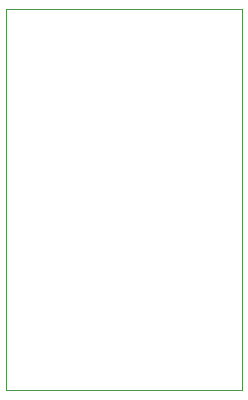
<source format=gm1>
G04 #@! TF.GenerationSoftware,KiCad,Pcbnew,8.0.5*
G04 #@! TF.CreationDate,2024-12-02T19:57:29-05:00*
G04 #@! TF.ProjectId,usb_to_uart_ft232rl,7573625f-746f-45f7-9561-72745f667432,rev?*
G04 #@! TF.SameCoordinates,Original*
G04 #@! TF.FileFunction,Profile,NP*
%FSLAX46Y46*%
G04 Gerber Fmt 4.6, Leading zero omitted, Abs format (unit mm)*
G04 Created by KiCad (PCBNEW 8.0.5) date 2024-12-02 19:57:29*
%MOMM*%
%LPD*%
G01*
G04 APERTURE LIST*
G04 #@! TA.AperFunction,Profile*
%ADD10C,0.050000*%
G04 #@! TD*
G04 APERTURE END LIST*
D10*
X98000000Y-37375000D02*
X118000000Y-37375000D01*
X118000000Y-69625000D01*
X98000000Y-69625000D01*
X98000000Y-37375000D01*
M02*

</source>
